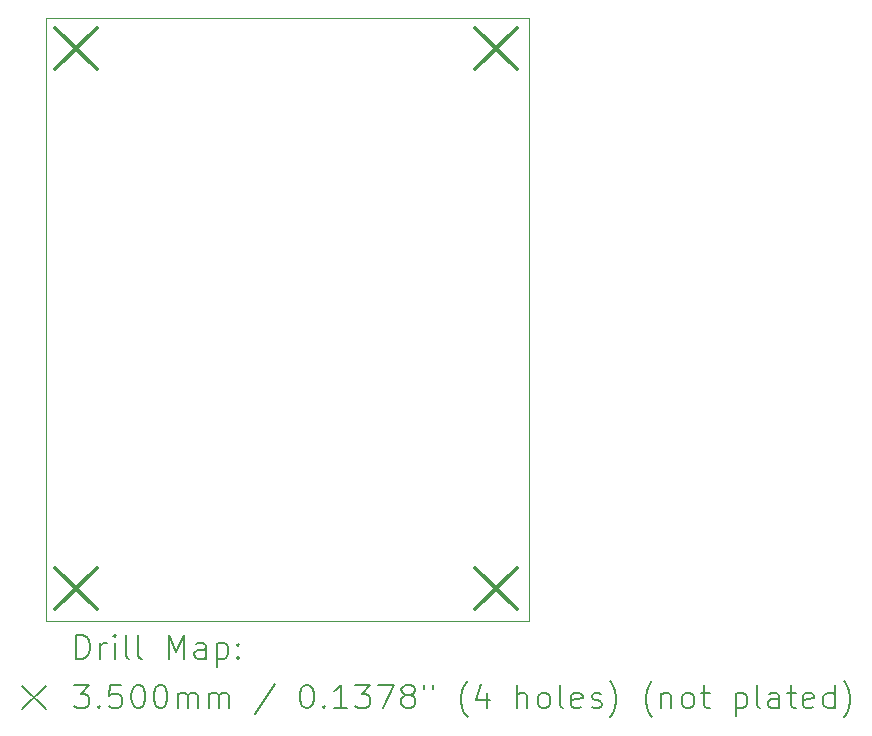
<source format=gbr>
%TF.GenerationSoftware,KiCad,Pcbnew,7.0.5*%
%TF.CreationDate,2023-07-07T01:58:04+07:00*%
%TF.ProjectId,driver_motor,64726976-6572-45f6-9d6f-746f722e6b69,rev?*%
%TF.SameCoordinates,Original*%
%TF.FileFunction,Drillmap*%
%TF.FilePolarity,Positive*%
%FSLAX45Y45*%
G04 Gerber Fmt 4.5, Leading zero omitted, Abs format (unit mm)*
G04 Created by KiCad (PCBNEW 7.0.5) date 2023-07-07 01:58:04*
%MOMM*%
%LPD*%
G01*
G04 APERTURE LIST*
%ADD10C,0.100000*%
%ADD11C,0.200000*%
%ADD12C,0.350000*%
G04 APERTURE END LIST*
D10*
X14605000Y-2540000D02*
X18694400Y-2540000D01*
X18694400Y-7645400D01*
X14605000Y-7645400D01*
X14605000Y-2540000D01*
D11*
D12*
X14684000Y-2619000D02*
X15034000Y-2969000D01*
X15034000Y-2619000D02*
X14684000Y-2969000D01*
X14684000Y-7191000D02*
X15034000Y-7541000D01*
X15034000Y-7191000D02*
X14684000Y-7541000D01*
X18240000Y-2619000D02*
X18590000Y-2969000D01*
X18590000Y-2619000D02*
X18240000Y-2969000D01*
X18240000Y-7191000D02*
X18590000Y-7541000D01*
X18590000Y-7191000D02*
X18240000Y-7541000D01*
D11*
X14860777Y-7961884D02*
X14860777Y-7761884D01*
X14860777Y-7761884D02*
X14908396Y-7761884D01*
X14908396Y-7761884D02*
X14936967Y-7771408D01*
X14936967Y-7771408D02*
X14956015Y-7790455D01*
X14956015Y-7790455D02*
X14965539Y-7809503D01*
X14965539Y-7809503D02*
X14975062Y-7847598D01*
X14975062Y-7847598D02*
X14975062Y-7876169D01*
X14975062Y-7876169D02*
X14965539Y-7914265D01*
X14965539Y-7914265D02*
X14956015Y-7933312D01*
X14956015Y-7933312D02*
X14936967Y-7952360D01*
X14936967Y-7952360D02*
X14908396Y-7961884D01*
X14908396Y-7961884D02*
X14860777Y-7961884D01*
X15060777Y-7961884D02*
X15060777Y-7828550D01*
X15060777Y-7866646D02*
X15070301Y-7847598D01*
X15070301Y-7847598D02*
X15079824Y-7838074D01*
X15079824Y-7838074D02*
X15098872Y-7828550D01*
X15098872Y-7828550D02*
X15117920Y-7828550D01*
X15184586Y-7961884D02*
X15184586Y-7828550D01*
X15184586Y-7761884D02*
X15175062Y-7771408D01*
X15175062Y-7771408D02*
X15184586Y-7780931D01*
X15184586Y-7780931D02*
X15194110Y-7771408D01*
X15194110Y-7771408D02*
X15184586Y-7761884D01*
X15184586Y-7761884D02*
X15184586Y-7780931D01*
X15308396Y-7961884D02*
X15289348Y-7952360D01*
X15289348Y-7952360D02*
X15279824Y-7933312D01*
X15279824Y-7933312D02*
X15279824Y-7761884D01*
X15413158Y-7961884D02*
X15394110Y-7952360D01*
X15394110Y-7952360D02*
X15384586Y-7933312D01*
X15384586Y-7933312D02*
X15384586Y-7761884D01*
X15641729Y-7961884D02*
X15641729Y-7761884D01*
X15641729Y-7761884D02*
X15708396Y-7904741D01*
X15708396Y-7904741D02*
X15775062Y-7761884D01*
X15775062Y-7761884D02*
X15775062Y-7961884D01*
X15956015Y-7961884D02*
X15956015Y-7857122D01*
X15956015Y-7857122D02*
X15946491Y-7838074D01*
X15946491Y-7838074D02*
X15927443Y-7828550D01*
X15927443Y-7828550D02*
X15889348Y-7828550D01*
X15889348Y-7828550D02*
X15870301Y-7838074D01*
X15956015Y-7952360D02*
X15936967Y-7961884D01*
X15936967Y-7961884D02*
X15889348Y-7961884D01*
X15889348Y-7961884D02*
X15870301Y-7952360D01*
X15870301Y-7952360D02*
X15860777Y-7933312D01*
X15860777Y-7933312D02*
X15860777Y-7914265D01*
X15860777Y-7914265D02*
X15870301Y-7895217D01*
X15870301Y-7895217D02*
X15889348Y-7885693D01*
X15889348Y-7885693D02*
X15936967Y-7885693D01*
X15936967Y-7885693D02*
X15956015Y-7876169D01*
X16051253Y-7828550D02*
X16051253Y-8028550D01*
X16051253Y-7838074D02*
X16070301Y-7828550D01*
X16070301Y-7828550D02*
X16108396Y-7828550D01*
X16108396Y-7828550D02*
X16127443Y-7838074D01*
X16127443Y-7838074D02*
X16136967Y-7847598D01*
X16136967Y-7847598D02*
X16146491Y-7866646D01*
X16146491Y-7866646D02*
X16146491Y-7923788D01*
X16146491Y-7923788D02*
X16136967Y-7942836D01*
X16136967Y-7942836D02*
X16127443Y-7952360D01*
X16127443Y-7952360D02*
X16108396Y-7961884D01*
X16108396Y-7961884D02*
X16070301Y-7961884D01*
X16070301Y-7961884D02*
X16051253Y-7952360D01*
X16232205Y-7942836D02*
X16241729Y-7952360D01*
X16241729Y-7952360D02*
X16232205Y-7961884D01*
X16232205Y-7961884D02*
X16222682Y-7952360D01*
X16222682Y-7952360D02*
X16232205Y-7942836D01*
X16232205Y-7942836D02*
X16232205Y-7961884D01*
X16232205Y-7838074D02*
X16241729Y-7847598D01*
X16241729Y-7847598D02*
X16232205Y-7857122D01*
X16232205Y-7857122D02*
X16222682Y-7847598D01*
X16222682Y-7847598D02*
X16232205Y-7838074D01*
X16232205Y-7838074D02*
X16232205Y-7857122D01*
X14400000Y-8190400D02*
X14600000Y-8390400D01*
X14600000Y-8190400D02*
X14400000Y-8390400D01*
X14841729Y-8181884D02*
X14965539Y-8181884D01*
X14965539Y-8181884D02*
X14898872Y-8258074D01*
X14898872Y-8258074D02*
X14927443Y-8258074D01*
X14927443Y-8258074D02*
X14946491Y-8267598D01*
X14946491Y-8267598D02*
X14956015Y-8277122D01*
X14956015Y-8277122D02*
X14965539Y-8296169D01*
X14965539Y-8296169D02*
X14965539Y-8343788D01*
X14965539Y-8343788D02*
X14956015Y-8362836D01*
X14956015Y-8362836D02*
X14946491Y-8372360D01*
X14946491Y-8372360D02*
X14927443Y-8381884D01*
X14927443Y-8381884D02*
X14870301Y-8381884D01*
X14870301Y-8381884D02*
X14851253Y-8372360D01*
X14851253Y-8372360D02*
X14841729Y-8362836D01*
X15051253Y-8362836D02*
X15060777Y-8372360D01*
X15060777Y-8372360D02*
X15051253Y-8381884D01*
X15051253Y-8381884D02*
X15041729Y-8372360D01*
X15041729Y-8372360D02*
X15051253Y-8362836D01*
X15051253Y-8362836D02*
X15051253Y-8381884D01*
X15241729Y-8181884D02*
X15146491Y-8181884D01*
X15146491Y-8181884D02*
X15136967Y-8277122D01*
X15136967Y-8277122D02*
X15146491Y-8267598D01*
X15146491Y-8267598D02*
X15165539Y-8258074D01*
X15165539Y-8258074D02*
X15213158Y-8258074D01*
X15213158Y-8258074D02*
X15232205Y-8267598D01*
X15232205Y-8267598D02*
X15241729Y-8277122D01*
X15241729Y-8277122D02*
X15251253Y-8296169D01*
X15251253Y-8296169D02*
X15251253Y-8343788D01*
X15251253Y-8343788D02*
X15241729Y-8362836D01*
X15241729Y-8362836D02*
X15232205Y-8372360D01*
X15232205Y-8372360D02*
X15213158Y-8381884D01*
X15213158Y-8381884D02*
X15165539Y-8381884D01*
X15165539Y-8381884D02*
X15146491Y-8372360D01*
X15146491Y-8372360D02*
X15136967Y-8362836D01*
X15375062Y-8181884D02*
X15394110Y-8181884D01*
X15394110Y-8181884D02*
X15413158Y-8191408D01*
X15413158Y-8191408D02*
X15422682Y-8200931D01*
X15422682Y-8200931D02*
X15432205Y-8219979D01*
X15432205Y-8219979D02*
X15441729Y-8258074D01*
X15441729Y-8258074D02*
X15441729Y-8305693D01*
X15441729Y-8305693D02*
X15432205Y-8343788D01*
X15432205Y-8343788D02*
X15422682Y-8362836D01*
X15422682Y-8362836D02*
X15413158Y-8372360D01*
X15413158Y-8372360D02*
X15394110Y-8381884D01*
X15394110Y-8381884D02*
X15375062Y-8381884D01*
X15375062Y-8381884D02*
X15356015Y-8372360D01*
X15356015Y-8372360D02*
X15346491Y-8362836D01*
X15346491Y-8362836D02*
X15336967Y-8343788D01*
X15336967Y-8343788D02*
X15327443Y-8305693D01*
X15327443Y-8305693D02*
X15327443Y-8258074D01*
X15327443Y-8258074D02*
X15336967Y-8219979D01*
X15336967Y-8219979D02*
X15346491Y-8200931D01*
X15346491Y-8200931D02*
X15356015Y-8191408D01*
X15356015Y-8191408D02*
X15375062Y-8181884D01*
X15565539Y-8181884D02*
X15584586Y-8181884D01*
X15584586Y-8181884D02*
X15603634Y-8191408D01*
X15603634Y-8191408D02*
X15613158Y-8200931D01*
X15613158Y-8200931D02*
X15622682Y-8219979D01*
X15622682Y-8219979D02*
X15632205Y-8258074D01*
X15632205Y-8258074D02*
X15632205Y-8305693D01*
X15632205Y-8305693D02*
X15622682Y-8343788D01*
X15622682Y-8343788D02*
X15613158Y-8362836D01*
X15613158Y-8362836D02*
X15603634Y-8372360D01*
X15603634Y-8372360D02*
X15584586Y-8381884D01*
X15584586Y-8381884D02*
X15565539Y-8381884D01*
X15565539Y-8381884D02*
X15546491Y-8372360D01*
X15546491Y-8372360D02*
X15536967Y-8362836D01*
X15536967Y-8362836D02*
X15527443Y-8343788D01*
X15527443Y-8343788D02*
X15517920Y-8305693D01*
X15517920Y-8305693D02*
X15517920Y-8258074D01*
X15517920Y-8258074D02*
X15527443Y-8219979D01*
X15527443Y-8219979D02*
X15536967Y-8200931D01*
X15536967Y-8200931D02*
X15546491Y-8191408D01*
X15546491Y-8191408D02*
X15565539Y-8181884D01*
X15717920Y-8381884D02*
X15717920Y-8248550D01*
X15717920Y-8267598D02*
X15727443Y-8258074D01*
X15727443Y-8258074D02*
X15746491Y-8248550D01*
X15746491Y-8248550D02*
X15775063Y-8248550D01*
X15775063Y-8248550D02*
X15794110Y-8258074D01*
X15794110Y-8258074D02*
X15803634Y-8277122D01*
X15803634Y-8277122D02*
X15803634Y-8381884D01*
X15803634Y-8277122D02*
X15813158Y-8258074D01*
X15813158Y-8258074D02*
X15832205Y-8248550D01*
X15832205Y-8248550D02*
X15860777Y-8248550D01*
X15860777Y-8248550D02*
X15879824Y-8258074D01*
X15879824Y-8258074D02*
X15889348Y-8277122D01*
X15889348Y-8277122D02*
X15889348Y-8381884D01*
X15984586Y-8381884D02*
X15984586Y-8248550D01*
X15984586Y-8267598D02*
X15994110Y-8258074D01*
X15994110Y-8258074D02*
X16013158Y-8248550D01*
X16013158Y-8248550D02*
X16041729Y-8248550D01*
X16041729Y-8248550D02*
X16060777Y-8258074D01*
X16060777Y-8258074D02*
X16070301Y-8277122D01*
X16070301Y-8277122D02*
X16070301Y-8381884D01*
X16070301Y-8277122D02*
X16079824Y-8258074D01*
X16079824Y-8258074D02*
X16098872Y-8248550D01*
X16098872Y-8248550D02*
X16127443Y-8248550D01*
X16127443Y-8248550D02*
X16146491Y-8258074D01*
X16146491Y-8258074D02*
X16156015Y-8277122D01*
X16156015Y-8277122D02*
X16156015Y-8381884D01*
X16546491Y-8172360D02*
X16375063Y-8429503D01*
X16803634Y-8181884D02*
X16822682Y-8181884D01*
X16822682Y-8181884D02*
X16841729Y-8191408D01*
X16841729Y-8191408D02*
X16851253Y-8200931D01*
X16851253Y-8200931D02*
X16860777Y-8219979D01*
X16860777Y-8219979D02*
X16870301Y-8258074D01*
X16870301Y-8258074D02*
X16870301Y-8305693D01*
X16870301Y-8305693D02*
X16860777Y-8343788D01*
X16860777Y-8343788D02*
X16851253Y-8362836D01*
X16851253Y-8362836D02*
X16841729Y-8372360D01*
X16841729Y-8372360D02*
X16822682Y-8381884D01*
X16822682Y-8381884D02*
X16803634Y-8381884D01*
X16803634Y-8381884D02*
X16784587Y-8372360D01*
X16784587Y-8372360D02*
X16775063Y-8362836D01*
X16775063Y-8362836D02*
X16765539Y-8343788D01*
X16765539Y-8343788D02*
X16756015Y-8305693D01*
X16756015Y-8305693D02*
X16756015Y-8258074D01*
X16756015Y-8258074D02*
X16765539Y-8219979D01*
X16765539Y-8219979D02*
X16775063Y-8200931D01*
X16775063Y-8200931D02*
X16784587Y-8191408D01*
X16784587Y-8191408D02*
X16803634Y-8181884D01*
X16956015Y-8362836D02*
X16965539Y-8372360D01*
X16965539Y-8372360D02*
X16956015Y-8381884D01*
X16956015Y-8381884D02*
X16946491Y-8372360D01*
X16946491Y-8372360D02*
X16956015Y-8362836D01*
X16956015Y-8362836D02*
X16956015Y-8381884D01*
X17156015Y-8381884D02*
X17041729Y-8381884D01*
X17098872Y-8381884D02*
X17098872Y-8181884D01*
X17098872Y-8181884D02*
X17079825Y-8210455D01*
X17079825Y-8210455D02*
X17060777Y-8229503D01*
X17060777Y-8229503D02*
X17041729Y-8239027D01*
X17222682Y-8181884D02*
X17346491Y-8181884D01*
X17346491Y-8181884D02*
X17279825Y-8258074D01*
X17279825Y-8258074D02*
X17308396Y-8258074D01*
X17308396Y-8258074D02*
X17327444Y-8267598D01*
X17327444Y-8267598D02*
X17336968Y-8277122D01*
X17336968Y-8277122D02*
X17346491Y-8296169D01*
X17346491Y-8296169D02*
X17346491Y-8343788D01*
X17346491Y-8343788D02*
X17336968Y-8362836D01*
X17336968Y-8362836D02*
X17327444Y-8372360D01*
X17327444Y-8372360D02*
X17308396Y-8381884D01*
X17308396Y-8381884D02*
X17251253Y-8381884D01*
X17251253Y-8381884D02*
X17232206Y-8372360D01*
X17232206Y-8372360D02*
X17222682Y-8362836D01*
X17413158Y-8181884D02*
X17546491Y-8181884D01*
X17546491Y-8181884D02*
X17460777Y-8381884D01*
X17651253Y-8267598D02*
X17632206Y-8258074D01*
X17632206Y-8258074D02*
X17622682Y-8248550D01*
X17622682Y-8248550D02*
X17613158Y-8229503D01*
X17613158Y-8229503D02*
X17613158Y-8219979D01*
X17613158Y-8219979D02*
X17622682Y-8200931D01*
X17622682Y-8200931D02*
X17632206Y-8191408D01*
X17632206Y-8191408D02*
X17651253Y-8181884D01*
X17651253Y-8181884D02*
X17689349Y-8181884D01*
X17689349Y-8181884D02*
X17708396Y-8191408D01*
X17708396Y-8191408D02*
X17717920Y-8200931D01*
X17717920Y-8200931D02*
X17727444Y-8219979D01*
X17727444Y-8219979D02*
X17727444Y-8229503D01*
X17727444Y-8229503D02*
X17717920Y-8248550D01*
X17717920Y-8248550D02*
X17708396Y-8258074D01*
X17708396Y-8258074D02*
X17689349Y-8267598D01*
X17689349Y-8267598D02*
X17651253Y-8267598D01*
X17651253Y-8267598D02*
X17632206Y-8277122D01*
X17632206Y-8277122D02*
X17622682Y-8286646D01*
X17622682Y-8286646D02*
X17613158Y-8305693D01*
X17613158Y-8305693D02*
X17613158Y-8343788D01*
X17613158Y-8343788D02*
X17622682Y-8362836D01*
X17622682Y-8362836D02*
X17632206Y-8372360D01*
X17632206Y-8372360D02*
X17651253Y-8381884D01*
X17651253Y-8381884D02*
X17689349Y-8381884D01*
X17689349Y-8381884D02*
X17708396Y-8372360D01*
X17708396Y-8372360D02*
X17717920Y-8362836D01*
X17717920Y-8362836D02*
X17727444Y-8343788D01*
X17727444Y-8343788D02*
X17727444Y-8305693D01*
X17727444Y-8305693D02*
X17717920Y-8286646D01*
X17717920Y-8286646D02*
X17708396Y-8277122D01*
X17708396Y-8277122D02*
X17689349Y-8267598D01*
X17803634Y-8181884D02*
X17803634Y-8219979D01*
X17879825Y-8181884D02*
X17879825Y-8219979D01*
X18175063Y-8458074D02*
X18165539Y-8448550D01*
X18165539Y-8448550D02*
X18146491Y-8419979D01*
X18146491Y-8419979D02*
X18136968Y-8400931D01*
X18136968Y-8400931D02*
X18127444Y-8372360D01*
X18127444Y-8372360D02*
X18117920Y-8324741D01*
X18117920Y-8324741D02*
X18117920Y-8286646D01*
X18117920Y-8286646D02*
X18127444Y-8239027D01*
X18127444Y-8239027D02*
X18136968Y-8210455D01*
X18136968Y-8210455D02*
X18146491Y-8191408D01*
X18146491Y-8191408D02*
X18165539Y-8162836D01*
X18165539Y-8162836D02*
X18175063Y-8153312D01*
X18336968Y-8248550D02*
X18336968Y-8381884D01*
X18289349Y-8172360D02*
X18241730Y-8315217D01*
X18241730Y-8315217D02*
X18365539Y-8315217D01*
X18594111Y-8381884D02*
X18594111Y-8181884D01*
X18679825Y-8381884D02*
X18679825Y-8277122D01*
X18679825Y-8277122D02*
X18670301Y-8258074D01*
X18670301Y-8258074D02*
X18651253Y-8248550D01*
X18651253Y-8248550D02*
X18622682Y-8248550D01*
X18622682Y-8248550D02*
X18603634Y-8258074D01*
X18603634Y-8258074D02*
X18594111Y-8267598D01*
X18803634Y-8381884D02*
X18784587Y-8372360D01*
X18784587Y-8372360D02*
X18775063Y-8362836D01*
X18775063Y-8362836D02*
X18765539Y-8343788D01*
X18765539Y-8343788D02*
X18765539Y-8286646D01*
X18765539Y-8286646D02*
X18775063Y-8267598D01*
X18775063Y-8267598D02*
X18784587Y-8258074D01*
X18784587Y-8258074D02*
X18803634Y-8248550D01*
X18803634Y-8248550D02*
X18832206Y-8248550D01*
X18832206Y-8248550D02*
X18851253Y-8258074D01*
X18851253Y-8258074D02*
X18860777Y-8267598D01*
X18860777Y-8267598D02*
X18870301Y-8286646D01*
X18870301Y-8286646D02*
X18870301Y-8343788D01*
X18870301Y-8343788D02*
X18860777Y-8362836D01*
X18860777Y-8362836D02*
X18851253Y-8372360D01*
X18851253Y-8372360D02*
X18832206Y-8381884D01*
X18832206Y-8381884D02*
X18803634Y-8381884D01*
X18984587Y-8381884D02*
X18965539Y-8372360D01*
X18965539Y-8372360D02*
X18956015Y-8353312D01*
X18956015Y-8353312D02*
X18956015Y-8181884D01*
X19136968Y-8372360D02*
X19117920Y-8381884D01*
X19117920Y-8381884D02*
X19079825Y-8381884D01*
X19079825Y-8381884D02*
X19060777Y-8372360D01*
X19060777Y-8372360D02*
X19051253Y-8353312D01*
X19051253Y-8353312D02*
X19051253Y-8277122D01*
X19051253Y-8277122D02*
X19060777Y-8258074D01*
X19060777Y-8258074D02*
X19079825Y-8248550D01*
X19079825Y-8248550D02*
X19117920Y-8248550D01*
X19117920Y-8248550D02*
X19136968Y-8258074D01*
X19136968Y-8258074D02*
X19146492Y-8277122D01*
X19146492Y-8277122D02*
X19146492Y-8296169D01*
X19146492Y-8296169D02*
X19051253Y-8315217D01*
X19222682Y-8372360D02*
X19241730Y-8381884D01*
X19241730Y-8381884D02*
X19279825Y-8381884D01*
X19279825Y-8381884D02*
X19298873Y-8372360D01*
X19298873Y-8372360D02*
X19308396Y-8353312D01*
X19308396Y-8353312D02*
X19308396Y-8343788D01*
X19308396Y-8343788D02*
X19298873Y-8324741D01*
X19298873Y-8324741D02*
X19279825Y-8315217D01*
X19279825Y-8315217D02*
X19251253Y-8315217D01*
X19251253Y-8315217D02*
X19232206Y-8305693D01*
X19232206Y-8305693D02*
X19222682Y-8286646D01*
X19222682Y-8286646D02*
X19222682Y-8277122D01*
X19222682Y-8277122D02*
X19232206Y-8258074D01*
X19232206Y-8258074D02*
X19251253Y-8248550D01*
X19251253Y-8248550D02*
X19279825Y-8248550D01*
X19279825Y-8248550D02*
X19298873Y-8258074D01*
X19375063Y-8458074D02*
X19384587Y-8448550D01*
X19384587Y-8448550D02*
X19403634Y-8419979D01*
X19403634Y-8419979D02*
X19413158Y-8400931D01*
X19413158Y-8400931D02*
X19422682Y-8372360D01*
X19422682Y-8372360D02*
X19432206Y-8324741D01*
X19432206Y-8324741D02*
X19432206Y-8286646D01*
X19432206Y-8286646D02*
X19422682Y-8239027D01*
X19422682Y-8239027D02*
X19413158Y-8210455D01*
X19413158Y-8210455D02*
X19403634Y-8191408D01*
X19403634Y-8191408D02*
X19384587Y-8162836D01*
X19384587Y-8162836D02*
X19375063Y-8153312D01*
X19736968Y-8458074D02*
X19727444Y-8448550D01*
X19727444Y-8448550D02*
X19708396Y-8419979D01*
X19708396Y-8419979D02*
X19698873Y-8400931D01*
X19698873Y-8400931D02*
X19689349Y-8372360D01*
X19689349Y-8372360D02*
X19679825Y-8324741D01*
X19679825Y-8324741D02*
X19679825Y-8286646D01*
X19679825Y-8286646D02*
X19689349Y-8239027D01*
X19689349Y-8239027D02*
X19698873Y-8210455D01*
X19698873Y-8210455D02*
X19708396Y-8191408D01*
X19708396Y-8191408D02*
X19727444Y-8162836D01*
X19727444Y-8162836D02*
X19736968Y-8153312D01*
X19813158Y-8248550D02*
X19813158Y-8381884D01*
X19813158Y-8267598D02*
X19822682Y-8258074D01*
X19822682Y-8258074D02*
X19841730Y-8248550D01*
X19841730Y-8248550D02*
X19870301Y-8248550D01*
X19870301Y-8248550D02*
X19889349Y-8258074D01*
X19889349Y-8258074D02*
X19898873Y-8277122D01*
X19898873Y-8277122D02*
X19898873Y-8381884D01*
X20022682Y-8381884D02*
X20003634Y-8372360D01*
X20003634Y-8372360D02*
X19994111Y-8362836D01*
X19994111Y-8362836D02*
X19984587Y-8343788D01*
X19984587Y-8343788D02*
X19984587Y-8286646D01*
X19984587Y-8286646D02*
X19994111Y-8267598D01*
X19994111Y-8267598D02*
X20003634Y-8258074D01*
X20003634Y-8258074D02*
X20022682Y-8248550D01*
X20022682Y-8248550D02*
X20051254Y-8248550D01*
X20051254Y-8248550D02*
X20070301Y-8258074D01*
X20070301Y-8258074D02*
X20079825Y-8267598D01*
X20079825Y-8267598D02*
X20089349Y-8286646D01*
X20089349Y-8286646D02*
X20089349Y-8343788D01*
X20089349Y-8343788D02*
X20079825Y-8362836D01*
X20079825Y-8362836D02*
X20070301Y-8372360D01*
X20070301Y-8372360D02*
X20051254Y-8381884D01*
X20051254Y-8381884D02*
X20022682Y-8381884D01*
X20146492Y-8248550D02*
X20222682Y-8248550D01*
X20175063Y-8181884D02*
X20175063Y-8353312D01*
X20175063Y-8353312D02*
X20184587Y-8372360D01*
X20184587Y-8372360D02*
X20203634Y-8381884D01*
X20203634Y-8381884D02*
X20222682Y-8381884D01*
X20441730Y-8248550D02*
X20441730Y-8448550D01*
X20441730Y-8258074D02*
X20460777Y-8248550D01*
X20460777Y-8248550D02*
X20498873Y-8248550D01*
X20498873Y-8248550D02*
X20517920Y-8258074D01*
X20517920Y-8258074D02*
X20527444Y-8267598D01*
X20527444Y-8267598D02*
X20536968Y-8286646D01*
X20536968Y-8286646D02*
X20536968Y-8343788D01*
X20536968Y-8343788D02*
X20527444Y-8362836D01*
X20527444Y-8362836D02*
X20517920Y-8372360D01*
X20517920Y-8372360D02*
X20498873Y-8381884D01*
X20498873Y-8381884D02*
X20460777Y-8381884D01*
X20460777Y-8381884D02*
X20441730Y-8372360D01*
X20651254Y-8381884D02*
X20632206Y-8372360D01*
X20632206Y-8372360D02*
X20622682Y-8353312D01*
X20622682Y-8353312D02*
X20622682Y-8181884D01*
X20813158Y-8381884D02*
X20813158Y-8277122D01*
X20813158Y-8277122D02*
X20803635Y-8258074D01*
X20803635Y-8258074D02*
X20784587Y-8248550D01*
X20784587Y-8248550D02*
X20746492Y-8248550D01*
X20746492Y-8248550D02*
X20727444Y-8258074D01*
X20813158Y-8372360D02*
X20794111Y-8381884D01*
X20794111Y-8381884D02*
X20746492Y-8381884D01*
X20746492Y-8381884D02*
X20727444Y-8372360D01*
X20727444Y-8372360D02*
X20717920Y-8353312D01*
X20717920Y-8353312D02*
X20717920Y-8334265D01*
X20717920Y-8334265D02*
X20727444Y-8315217D01*
X20727444Y-8315217D02*
X20746492Y-8305693D01*
X20746492Y-8305693D02*
X20794111Y-8305693D01*
X20794111Y-8305693D02*
X20813158Y-8296169D01*
X20879825Y-8248550D02*
X20956015Y-8248550D01*
X20908396Y-8181884D02*
X20908396Y-8353312D01*
X20908396Y-8353312D02*
X20917920Y-8372360D01*
X20917920Y-8372360D02*
X20936968Y-8381884D01*
X20936968Y-8381884D02*
X20956015Y-8381884D01*
X21098873Y-8372360D02*
X21079825Y-8381884D01*
X21079825Y-8381884D02*
X21041730Y-8381884D01*
X21041730Y-8381884D02*
X21022682Y-8372360D01*
X21022682Y-8372360D02*
X21013158Y-8353312D01*
X21013158Y-8353312D02*
X21013158Y-8277122D01*
X21013158Y-8277122D02*
X21022682Y-8258074D01*
X21022682Y-8258074D02*
X21041730Y-8248550D01*
X21041730Y-8248550D02*
X21079825Y-8248550D01*
X21079825Y-8248550D02*
X21098873Y-8258074D01*
X21098873Y-8258074D02*
X21108396Y-8277122D01*
X21108396Y-8277122D02*
X21108396Y-8296169D01*
X21108396Y-8296169D02*
X21013158Y-8315217D01*
X21279825Y-8381884D02*
X21279825Y-8181884D01*
X21279825Y-8372360D02*
X21260777Y-8381884D01*
X21260777Y-8381884D02*
X21222682Y-8381884D01*
X21222682Y-8381884D02*
X21203635Y-8372360D01*
X21203635Y-8372360D02*
X21194111Y-8362836D01*
X21194111Y-8362836D02*
X21184587Y-8343788D01*
X21184587Y-8343788D02*
X21184587Y-8286646D01*
X21184587Y-8286646D02*
X21194111Y-8267598D01*
X21194111Y-8267598D02*
X21203635Y-8258074D01*
X21203635Y-8258074D02*
X21222682Y-8248550D01*
X21222682Y-8248550D02*
X21260777Y-8248550D01*
X21260777Y-8248550D02*
X21279825Y-8258074D01*
X21356016Y-8458074D02*
X21365539Y-8448550D01*
X21365539Y-8448550D02*
X21384587Y-8419979D01*
X21384587Y-8419979D02*
X21394111Y-8400931D01*
X21394111Y-8400931D02*
X21403635Y-8372360D01*
X21403635Y-8372360D02*
X21413158Y-8324741D01*
X21413158Y-8324741D02*
X21413158Y-8286646D01*
X21413158Y-8286646D02*
X21403635Y-8239027D01*
X21403635Y-8239027D02*
X21394111Y-8210455D01*
X21394111Y-8210455D02*
X21384587Y-8191408D01*
X21384587Y-8191408D02*
X21365539Y-8162836D01*
X21365539Y-8162836D02*
X21356016Y-8153312D01*
M02*

</source>
